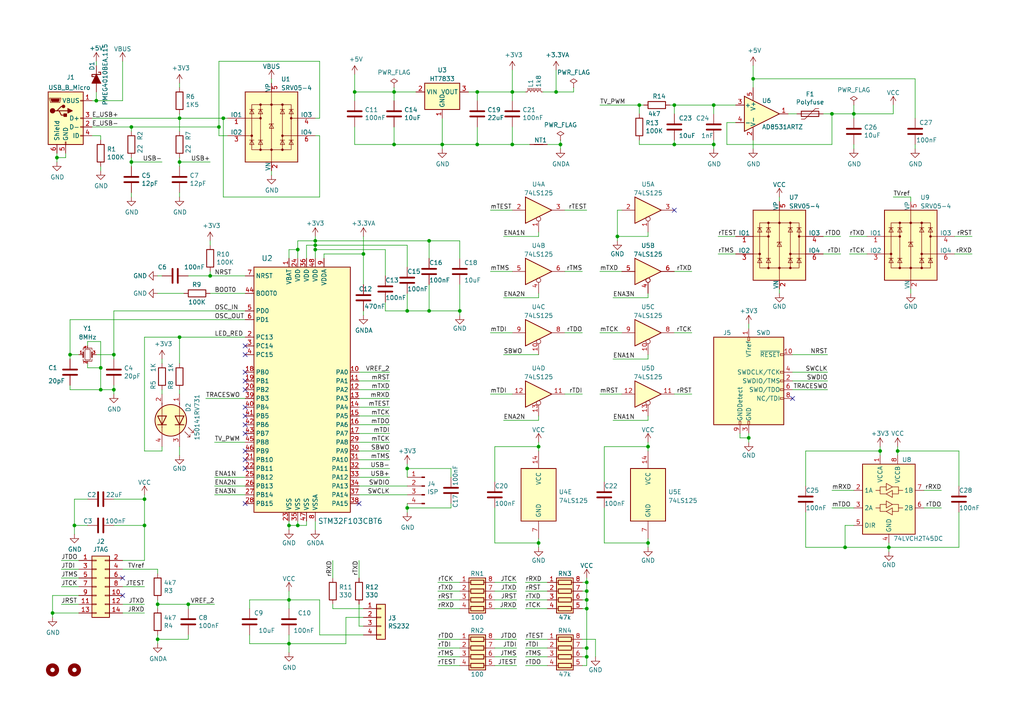
<source format=kicad_sch>
(kicad_sch (version 20211123) (generator eeschema)
  (paper "A4")
  (title_block (title "The Glossy MSP430 (STLink Form)") (date "2022-12-08") (rev "2") (company "Mathias Gruber"))
  (junction (at 38.1 46.99))
  (junction (at 156.21 157.48))
  (junction (at 247.65 33.02))
  (junction (at 124.46 69.85))
  (junction (at 29.21 113.03))
  (junction (at 105.41 73.66))
  (junction (at 52.07 34.29))
  (junction (at 124.46 90.17))
  (junction (at 52.07 97.79))
  (junction (at 187.96 129.54))
  (junction (at 187.96 157.48))
  (junction (at 207.01 30.48))
  (junction (at 133.35 90.17))
  (junction (at 170.18 171.45))
  (junction (at 148.59 41.91))
  (junction (at 195.58 30.48))
  (junction (at 16.51 45.72))
  (junction (at 218.44 22.86))
  (junction (at 27.94 29.21))
  (junction (at 118.11 135.89))
  (junction (at 195.58 41.91))
  (junction (at 83.82 186.69))
  (junction (at 185.42 30.48))
  (junction (at 91.44 69.85))
  (junction (at 91.44 72.39))
  (junction (at 255.27 130.81))
  (junction (at 156.21 129.54))
  (junction (at 114.3 41.91))
  (junction (at 63.5 36.83))
  (junction (at 41.91 144.78))
  (junction (at 83.82 173.99))
  (junction (at 60.96 80.01))
  (junction (at 241.3 33.02))
  (junction (at 118.11 90.17))
  (junction (at 161.29 26.67))
  (junction (at 83.82 152.4))
  (junction (at 45.72 185.42))
  (junction (at 86.36 72.39))
  (junction (at 54.61 175.26))
  (junction (at 29.21 106.68))
  (junction (at 170.18 187.96))
  (junction (at 138.43 41.91))
  (junction (at 170.18 176.53))
  (junction (at 91.44 71.12))
  (junction (at 86.36 152.4))
  (junction (at 170.18 190.5))
  (junction (at 41.91 152.4))
  (junction (at 52.07 46.99))
  (junction (at 260.35 130.81))
  (junction (at 170.18 168.91))
  (junction (at 128.27 41.91))
  (junction (at 64.77 34.29))
  (junction (at 33.02 113.03))
  (junction (at 257.81 158.75))
  (junction (at 114.3 26.67))
  (junction (at 217.17 127))
  (junction (at 21.59 152.4))
  (junction (at 45.72 175.26))
  (junction (at 38.1 36.83))
  (junction (at 118.11 147.32))
  (junction (at 245.11 158.75))
  (junction (at 170.18 173.99))
  (junction (at 138.43 26.67))
  (junction (at 33.02 102.87))
  (junction (at 15.24 177.8))
  (junction (at 102.87 26.67))
  (junction (at 20.32 102.87))
  (junction (at 179.07 68.58))
  (junction (at 148.59 26.67))
  (junction (at 207.01 41.91))
  (junction (at 162.56 41.91))
  (no_connect (at 71.12 110.49))
  (no_connect (at 71.12 118.11))
  (no_connect (at 35.56 167.64))
  (no_connect (at 71.12 107.95))
  (no_connect (at 35.56 172.72))
  (no_connect (at 71.12 125.73))
  (no_connect (at 195.58 60.96))
  (no_connect (at 71.12 130.81))
  (no_connect (at 104.14 146.05))
  (no_connect (at 71.12 102.87))
  (no_connect (at 71.12 113.03))
  (no_connect (at 71.12 100.33))
  (no_connect (at 71.12 146.05))
  (no_connect (at 71.12 120.65))
  (no_connect (at 71.12 135.89))
  (no_connect (at 71.12 123.19))
  (no_connect (at 71.12 133.35))
  (no_connect (at 229.87 115.57))
  (wire (pts (xy 229.87 107.95) (xy 240.03 107.95)))
  (wire (pts (xy 245.11 158.75) (xy 257.81 158.75)))
  (wire (pts (xy 33.02 90.17) (xy 33.02 102.87)))
  (wire (pts (xy 143.51 193.04) (xy 149.86 193.04)))
  (wire (pts (xy 157.48 26.67) (xy 161.29 26.67)))
  (wire (pts (xy 259.08 57.15) (xy 264.16 57.15)))
  (wire (pts (xy 52.07 129.54) (xy 52.07 132.08)))
  (wire (pts (xy 179.07 68.58) (xy 187.96 68.58)))
  (wire (pts (xy 96.52 175.26) (xy 96.52 176.53)))
  (wire (pts (xy 163.83 114.3) (xy 168.91 114.3)))
  (wire (pts (xy 104.14 135.89) (xy 113.03 135.89)))
  (wire (pts (xy 104.14 125.73) (xy 113.03 125.73)))
  (wire (pts (xy 27.94 17.78) (xy 27.94 19.05)))
  (wire (pts (xy 163.83 78.74) (xy 168.91 78.74)))
  (wire (pts (xy 91.44 72.39) (xy 91.44 74.93)))
  (wire (pts (xy 156.21 85.09) (xy 156.21 86.36)))
  (wire (pts (xy 52.07 46.99) (xy 52.07 48.26)))
  (wire (pts (xy 152.4 190.5) (xy 158.75 190.5)))
  (wire (pts (xy 143.51 190.5) (xy 149.86 190.5)))
  (wire (pts (xy 138.43 36.83) (xy 138.43 41.91)))
  (wire (pts (xy 170.18 193.04) (xy 168.91 193.04)))
  (wire (pts (xy 156.21 157.48) (xy 143.51 157.48)))
  (wire (pts (xy 152.4 176.53) (xy 158.75 176.53)))
  (wire (pts (xy 218.44 22.86) (xy 265.43 22.86)))
  (wire (pts (xy 143.51 147.32) (xy 143.51 157.48)))
  (wire (pts (xy 91.44 71.12) (xy 118.11 71.12)))
  (wire (pts (xy 207.01 43.18) (xy 207.01 41.91)))
  (wire (pts (xy 86.36 69.85) (xy 91.44 69.85)))
  (wire (pts (xy 29.21 106.68) (xy 29.21 113.03)))
  (wire (pts (xy 208.28 68.58) (xy 213.36 68.58)))
  (wire (pts (xy 265.43 41.91) (xy 265.43 43.18)))
  (wire (pts (xy 247.65 34.29) (xy 247.65 33.02)))
  (wire (pts (xy 52.07 97.79) (xy 52.07 105.41)))
  (wire (pts (xy 133.35 90.17) (xy 124.46 90.17)))
  (wire (pts (xy 104.14 138.43) (xy 113.03 138.43)))
  (wire (pts (xy 104.14 120.65) (xy 113.03 120.65)))
  (wire (pts (xy 38.1 36.83) (xy 63.5 36.83)))
  (wire (pts (xy 187.96 121.92) (xy 187.96 120.65)))
  (wire (pts (xy 173.99 30.48) (xy 185.42 30.48)))
  (wire (pts (xy 104.14 110.49) (xy 113.03 110.49)))
  (wire (pts (xy 20.32 92.71) (xy 20.32 102.87)))
  (wire (pts (xy 62.23 128.27) (xy 71.12 128.27)))
  (wire (pts (xy 104.14 123.19) (xy 113.03 123.19)))
  (wire (pts (xy 260.35 129.54) (xy 260.35 130.81)))
  (wire (pts (xy 63.5 36.83) (xy 63.5 17.78)))
  (wire (pts (xy 238.76 68.58) (xy 243.84 68.58)))
  (wire (pts (xy 133.35 193.04) (xy 127 193.04)))
  (wire (pts (xy 54.61 175.26) (xy 62.23 175.26)))
  (wire (pts (xy 148.59 41.91) (xy 138.43 41.91)))
  (wire (pts (xy 194.31 30.48) (xy 195.58 30.48)))
  (wire (pts (xy 15.24 172.72) (xy 22.86 172.72)))
  (wire (pts (xy 133.35 173.99) (xy 127 173.99)))
  (wire (pts (xy 175.26 157.48) (xy 175.26 147.32)))
  (wire (pts (xy 138.43 26.67) (xy 148.59 26.67)))
  (wire (pts (xy 111.76 87.63) (xy 111.76 90.17)))
  (wire (pts (xy 92.71 173.99) (xy 83.82 173.99)))
  (wire (pts (xy 226.06 83.82) (xy 226.06 85.09)))
  (wire (pts (xy 25.4 152.4) (xy 21.59 152.4)))
  (wire (pts (xy 62.23 140.97) (xy 71.12 140.97)))
  (wire (pts (xy 45.72 173.99) (xy 45.72 175.26)))
  (wire (pts (xy 218.44 22.86) (xy 218.44 25.4)))
  (wire (pts (xy 29.21 40.64) (xy 29.21 39.37)))
  (wire (pts (xy 88.9 71.12) (xy 91.44 71.12)))
  (wire (pts (xy 104.14 140.97) (xy 118.11 140.97)))
  (wire (pts (xy 91.44 72.39) (xy 111.76 72.39)))
  (wire (pts (xy 187.96 85.09) (xy 187.96 86.36)))
  (wire (pts (xy 156.21 156.21) (xy 156.21 157.48)))
  (wire (pts (xy 267.97 147.32) (xy 273.05 147.32)))
  (wire (pts (xy 255.27 130.81) (xy 233.68 130.81)))
  (wire (pts (xy 83.82 184.15) (xy 83.82 186.69)))
  (wire (pts (xy 111.76 72.39) (xy 111.76 80.01)))
  (wire (pts (xy 130.81 135.89) (xy 130.81 138.43)))
  (wire (pts (xy 104.14 128.27) (xy 113.03 128.27)))
  (wire (pts (xy 71.12 92.71) (xy 20.32 92.71)))
  (wire (pts (xy 104.14 115.57) (xy 113.03 115.57)))
  (wire (pts (xy 83.82 186.69) (xy 72.39 186.69)))
  (wire (pts (xy 173.99 96.52) (xy 180.34 96.52)))
  (wire (pts (xy 91.44 68.58) (xy 91.44 69.85)))
  (wire (pts (xy 187.96 128.27) (xy 187.96 129.54)))
  (wire (pts (xy 104.14 130.81) (xy 113.03 130.81)))
  (wire (pts (xy 64.77 34.29) (xy 64.77 57.15)))
  (wire (pts (xy 72.39 186.69) (xy 72.39 184.15)))
  (wire (pts (xy 187.96 129.54) (xy 175.26 129.54)))
  (wire (pts (xy 179.07 68.58) (xy 179.07 69.85)))
  (wire (pts (xy 217.17 127) (xy 217.17 128.27)))
  (wire (pts (xy 114.3 29.21) (xy 114.3 26.67)))
  (wire (pts (xy 35.56 165.1) (xy 45.72 165.1)))
  (wire (pts (xy 241.3 147.32) (xy 247.65 147.32)))
  (wire (pts (xy 86.36 151.13) (xy 86.36 152.4)))
  (wire (pts (xy 124.46 82.55) (xy 124.46 90.17)))
  (wire (pts (xy 168.91 187.96) (xy 170.18 187.96)))
  (wire (pts (xy 45.72 175.26) (xy 45.72 176.53)))
  (wire (pts (xy 118.11 147.32) (xy 118.11 148.59)))
  (wire (pts (xy 41.91 130.81) (xy 41.91 97.79)))
  (wire (pts (xy 96.52 176.53) (xy 105.41 176.53)))
  (wire (pts (xy 133.35 74.93) (xy 133.35 69.85)))
  (wire (pts (xy 195.58 78.74) (xy 200.66 78.74)))
  (wire (pts (xy 104.14 118.11) (xy 113.03 118.11)))
  (wire (pts (xy 143.51 168.91) (xy 149.86 168.91)))
  (wire (pts (xy 91.44 69.85) (xy 124.46 69.85)))
  (wire (pts (xy 133.35 190.5) (xy 127 190.5)))
  (wire (pts (xy 38.1 45.72) (xy 38.1 46.99)))
  (wire (pts (xy 246.38 73.66) (xy 251.46 73.66)))
  (wire (pts (xy 33.02 113.03) (xy 33.02 114.3)))
  (wire (pts (xy 52.07 34.29) (xy 64.77 34.29)))
  (wire (pts (xy 41.91 162.56) (xy 41.91 152.4)))
  (wire (pts (xy 168.91 190.5) (xy 170.18 190.5)))
  (wire (pts (xy 143.51 173.99) (xy 149.86 173.99)))
  (wire (pts (xy 52.07 34.29) (xy 52.07 38.1)))
  (wire (pts (xy 41.91 143.51) (xy 41.91 144.78)))
  (wire (pts (xy 210.82 41.91) (xy 241.3 41.91)))
  (wire (pts (xy 26.67 34.29) (xy 52.07 34.29)))
  (wire (pts (xy 54.61 184.15) (xy 54.61 185.42)))
  (wire (pts (xy 35.56 175.26) (xy 41.91 175.26)))
  (wire (pts (xy 45.72 185.42) (xy 54.61 185.42)))
  (wire (pts (xy 158.75 41.91) (xy 162.56 41.91)))
  (wire (pts (xy 133.35 185.42) (xy 127 185.42)))
  (wire (pts (xy 187.96 104.14) (xy 187.96 102.87)))
  (wire (pts (xy 257.81 158.75) (xy 257.81 160.02)))
  (wire (pts (xy 259.08 33.02) (xy 259.08 30.48)))
  (wire (pts (xy 170.18 173.99) (xy 170.18 176.53)))
  (wire (pts (xy 102.87 36.83) (xy 102.87 41.91)))
  (wire (pts (xy 29.21 113.03) (xy 33.02 113.03)))
  (wire (pts (xy 148.59 26.67) (xy 148.59 29.21)))
  (wire (pts (xy 173.99 114.3) (xy 180.34 114.3)))
  (wire (pts (xy 38.1 46.99) (xy 46.99 46.99)))
  (wire (pts (xy 22.86 102.87) (xy 20.32 102.87)))
  (wire (pts (xy 177.8 104.14) (xy 187.96 104.14)))
  (wire (pts (xy 92.71 184.15) (xy 92.71 173.99)))
  (wire (pts (xy 41.91 152.4) (xy 41.91 144.78)))
  (wire (pts (xy 128.27 34.29) (xy 128.27 41.91)))
  (wire (pts (xy 247.65 152.4) (xy 245.11 152.4)))
  (wire (pts (xy 152.4 26.67) (xy 148.59 26.67)))
  (wire (pts (xy 71.12 115.57) (xy 59.69 115.57)))
  (wire (pts (xy 187.96 156.21) (xy 187.96 157.48)))
  (wire (pts (xy 105.41 73.66) (xy 105.41 82.55)))
  (wire (pts (xy 25.4 106.68) (xy 29.21 106.68)))
  (wire (pts (xy 264.16 57.15) (xy 264.16 58.42)))
  (wire (pts (xy 118.11 147.32) (xy 130.81 147.32)))
  (wire (pts (xy 118.11 90.17) (xy 111.76 90.17)))
  (wire (pts (xy 52.07 97.79) (xy 71.12 97.79)))
  (wire (pts (xy 64.77 34.29) (xy 66.04 34.29)))
  (wire (pts (xy 177.8 121.92) (xy 187.96 121.92)))
  (wire (pts (xy 38.1 48.26) (xy 38.1 46.99)))
  (wire (pts (xy 52.07 57.15) (xy 52.07 55.88)))
  (wire (pts (xy 180.34 60.96) (xy 179.07 60.96)))
  (wire (pts (xy 187.96 130.81) (xy 187.96 129.54)))
  (wire (pts (xy 233.68 130.81) (xy 233.68 140.97)))
  (wire (pts (xy 265.43 22.86) (xy 265.43 34.29)))
  (wire (pts (xy 46.99 80.01) (xy 45.72 80.01)))
  (wire (pts (xy 83.82 186.69) (xy 83.82 189.23)))
  (wire (pts (xy 185.42 30.48) (xy 186.69 30.48)))
  (wire (pts (xy 195.58 114.3) (xy 200.66 114.3)))
  (wire (pts (xy 41.91 97.79) (xy 52.07 97.79)))
  (wire (pts (xy 233.68 148.59) (xy 233.68 158.75)))
  (wire (pts (xy 20.32 113.03) (xy 29.21 113.03)))
  (wire (pts (xy 152.4 193.04) (xy 158.75 193.04)))
  (wire (pts (xy 15.24 179.07) (xy 15.24 177.8)))
  (wire (pts (xy 133.35 82.55) (xy 133.35 90.17)))
  (wire (pts (xy 26.67 36.83) (xy 38.1 36.83)))
  (wire (pts (xy 86.36 69.85) (xy 86.36 72.39)))
  (wire (pts (xy 152.4 173.99) (xy 158.75 173.99)))
  (wire (pts (xy 102.87 21.59) (xy 102.87 26.67)))
  (wire (pts (xy 278.13 158.75) (xy 278.13 148.59)))
  (wire (pts (xy 247.65 33.02) (xy 259.08 33.02)))
  (wire (pts (xy 168.91 168.91) (xy 170.18 168.91)))
  (wire (pts (xy 162.56 40.64) (xy 162.56 41.91)))
  (wire (pts (xy 170.18 167.64) (xy 170.18 168.91)))
  (wire (pts (xy 245.11 152.4) (xy 245.11 158.75)))
  (wire (pts (xy 46.99 113.03) (xy 46.99 114.3)))
  (wire (pts (xy 45.72 165.1) (xy 45.72 166.37)))
  (wire (pts (xy 63.5 17.78) (xy 92.71 17.78)))
  (wire (pts (xy 260.35 130.81) (xy 260.35 132.08)))
  (wire (pts (xy 187.96 157.48) (xy 175.26 157.48)))
  (wire (pts (xy 156.21 86.36) (xy 146.05 86.36)))
  (wire (pts (xy 257.81 158.75) (xy 278.13 158.75)))
  (wire (pts (xy 113.03 107.95) (xy 104.14 107.95)))
  (wire (pts (xy 170.18 190.5) (xy 170.18 193.04)))
  (wire (pts (xy 83.82 176.53) (xy 83.82 173.99)))
  (wire (pts (xy 210.82 35.56) (xy 210.82 41.91)))
  (wire (pts (xy 33.02 104.14) (xy 33.02 102.87)))
  (wire (pts (xy 187.96 67.31) (xy 187.96 68.58)))
  (wire (pts (xy 278.13 130.81) (xy 278.13 140.97)))
  (wire (pts (xy 168.91 171.45) (xy 170.18 171.45)))
  (wire (pts (xy 35.56 170.18) (xy 41.91 170.18)))
  (wire (pts (xy 92.71 34.29) (xy 91.44 34.29)))
  (wire (pts (xy 35.56 29.21) (xy 35.56 17.78)))
  (wire (pts (xy 217.17 125.73) (xy 217.17 127)))
  (wire (pts (xy 17.78 167.64) (xy 22.86 167.64)))
  (wire (pts (xy 168.91 173.99) (xy 170.18 173.99)))
  (wire (pts (xy 88.9 151.13) (xy 88.9 152.4)))
  (wire (pts (xy 45.72 185.42) (xy 45.72 186.69)))
  (wire (pts (xy 233.68 158.75) (xy 245.11 158.75)))
  (wire (pts (xy 247.65 30.48) (xy 247.65 33.02)))
  (wire (pts (xy 152.4 187.96) (xy 158.75 187.96)))
  (wire (pts (xy 46.99 129.54) (xy 46.99 130.81)))
  (wire (pts (xy 143.51 176.53) (xy 149.86 176.53)))
  (wire (pts (xy 64.77 57.15) (xy 92.71 57.15)))
  (wire (pts (xy 100.33 179.07) (xy 100.33 186.69)))
  (wire (pts (xy 102.87 41.91) (xy 114.3 41.91)))
  (wire (pts (xy 63.5 39.37) (xy 66.04 39.37)))
  (wire (pts (xy 124.46 90.17) (xy 118.11 90.17)))
  (wire (pts (xy 153.67 41.91) (xy 148.59 41.91)))
  (wire (pts (xy 60.96 85.09) (xy 71.12 85.09)))
  (wire (pts (xy 52.07 25.4) (xy 52.07 24.13)))
  (wire (pts (xy 241.3 41.91) (xy 241.3 33.02)))
  (wire (pts (xy 104.14 167.64) (xy 104.14 162.56)))
  (wire (pts (xy 257.81 157.48) (xy 257.81 158.75)))
  (wire (pts (xy 226.06 57.15) (xy 226.06 58.42)))
  (wire (pts (xy 152.4 168.91) (xy 158.75 168.91)))
  (wire (pts (xy 207.01 41.91) (xy 195.58 41.91)))
  (wire (pts (xy 168.91 185.42) (xy 172.72 185.42)))
  (wire (pts (xy 264.16 83.82) (xy 264.16 85.09)))
  (wire (pts (xy 143.51 171.45) (xy 149.86 171.45)))
  (wire (pts (xy 143.51 185.42) (xy 149.86 185.42)))
  (wire (pts (xy 96.52 167.64) (xy 96.52 162.56)))
  (wire (pts (xy 46.99 130.81) (xy 41.91 130.81)))
  (wire (pts (xy 21.59 152.4) (xy 21.59 154.94)))
  (wire (pts (xy 105.41 91.44) (xy 105.41 90.17)))
  (wire (pts (xy 20.32 104.14) (xy 20.32 102.87)))
  (wire (pts (xy 93.98 73.66) (xy 93.98 74.93)))
  (wire (pts (xy 170.18 168.91) (xy 170.18 171.45)))
  (wire (pts (xy 148.59 36.83) (xy 148.59 41.91)))
  (wire (pts (xy 17.78 165.1) (xy 22.86 165.1)))
  (wire (pts (xy 156.21 121.92) (xy 156.21 120.65)))
  (wire (pts (xy 45.72 85.09) (xy 53.34 85.09)))
  (wire (pts (xy 156.21 67.31) (xy 156.21 68.58)))
  (wire (pts (xy 92.71 57.15) (xy 92.71 39.37)))
  (wire (pts (xy 156.21 157.48) (xy 156.21 158.75)))
  (wire (pts (xy 83.82 152.4) (xy 83.82 153.67)))
  (wire (pts (xy 185.42 41.91) (xy 195.58 41.91)))
  (wire (pts (xy 104.14 133.35) (xy 113.03 133.35)))
  (wire (pts (xy 17.78 170.18) (xy 22.86 170.18)))
  (wire (pts (xy 29.21 49.53) (xy 29.21 48.26)))
  (wire (pts (xy 172.72 185.42) (xy 172.72 190.5)))
  (wire (pts (xy 124.46 69.85) (xy 133.35 69.85)))
  (wire (pts (xy 152.4 171.45) (xy 158.75 171.45)))
  (wire (pts (xy 100.33 186.69) (xy 83.82 186.69)))
  (wire (pts (xy 142.24 114.3) (xy 148.59 114.3)))
  (wire (pts (xy 118.11 71.12) (xy 118.11 77.47)))
  (wire (pts (xy 27.94 26.67) (xy 27.94 29.21)))
  (wire (pts (xy 118.11 85.09) (xy 118.11 90.17)))
  (wire (pts (xy 88.9 152.4) (xy 86.36 152.4)))
  (wire (pts (xy 17.78 162.56) (xy 22.86 162.56)))
  (wire (pts (xy 118.11 134.62) (xy 118.11 135.89)))
  (wire (pts (xy 38.1 55.88) (xy 38.1 57.15)))
  (wire (pts (xy 83.82 151.13) (xy 83.82 152.4)))
  (wire (pts (xy 217.17 93.98) (xy 217.17 95.25)))
  (wire (pts (xy 88.9 71.12) (xy 88.9 74.93)))
  (wire (pts (xy 170.18 176.53) (xy 168.91 176.53)))
  (wire (pts (xy 133.35 171.45) (xy 127 171.45)))
  (wire (pts (xy 62.23 138.43) (xy 71.12 138.43)))
  (wire (pts (xy 25.4 144.78) (xy 21.59 144.78)))
  (wire (pts (xy 104.14 175.26) (xy 104.14 181.61)))
  (wire (pts (xy 229.87 102.87) (xy 240.03 102.87)))
  (wire (pts (xy 207.01 30.48) (xy 213.36 30.48)))
  (wire (pts (xy 33.02 90.17) (xy 71.12 90.17)))
  (wire (pts (xy 104.14 143.51) (xy 118.11 143.51)))
  (wire (pts (xy 91.44 151.13) (xy 91.44 153.67)))
  (wire (pts (xy 22.86 175.26) (xy 17.78 175.26)))
  (wire (pts (xy 35.56 162.56) (xy 41.91 162.56)))
  (wire (pts (xy 142.24 78.74) (xy 148.59 78.74)))
  (wire (pts (xy 185.42 40.64) (xy 185.42 41.91)))
  (wire (pts (xy 166.37 25.4) (xy 166.37 26.67)))
  (wire (pts (xy 214.63 127) (xy 217.17 127)))
  (wire (pts (xy 29.21 39.37) (xy 26.67 39.37)))
  (wire (pts (xy 214.63 125.73) (xy 214.63 127)))
  (wire (pts (xy 276.86 73.66) (xy 281.94 73.66)))
  (wire (pts (xy 52.07 113.03) (xy 52.07 114.3)))
  (wire (pts (xy 52.07 46.99) (xy 60.96 46.99)))
  (wire (pts (xy 33.02 144.78) (xy 41.91 144.78)))
  (wire (pts (xy 20.32 111.76) (xy 20.32 113.03)))
  (wire (pts (xy 45.72 184.15) (xy 45.72 185.42)))
  (wire (pts (xy 241.3 33.02) (xy 238.76 33.02)))
  (wire (pts (xy 45.72 175.26) (xy 54.61 175.26)))
  (wire (pts (xy 218.44 40.64) (xy 218.44 43.18)))
  (wire (pts (xy 128.27 41.91) (xy 128.27 43.18)))
  (wire (pts (xy 29.21 99.06) (xy 29.21 106.68)))
  (wire (pts (xy 15.24 177.8) (xy 15.24 172.72)))
  (wire (pts (xy 92.71 17.78) (xy 92.71 34.29)))
  (wire (pts (xy 16.51 44.45) (xy 16.51 45.72)))
  (wire (pts (xy 156.21 129.54) (xy 143.51 129.54)))
  (wire (pts (xy 133.35 187.96) (xy 127 187.96)))
  (wire (pts (xy 195.58 41.91) (xy 195.58 40.64)))
  (wire (pts (xy 218.44 19.05) (xy 218.44 22.86)))
  (wire (pts (xy 120.65 26.67) (xy 114.3 26.67)))
  (wire (pts (xy 104.14 113.03) (xy 113.03 113.03)))
  (wire (pts (xy 130.81 147.32) (xy 130.81 146.05)))
  (wire (pts (xy 133.35 176.53) (xy 127 176.53)))
  (wire (pts (xy 62.23 143.51) (xy 71.12 143.51)))
  (wire (pts (xy 163.83 96.52) (xy 168.91 96.52)))
  (wire (pts (xy 105.41 184.15) (xy 92.71 184.15)))
  (wire (pts (xy 276.86 68.58) (xy 281.94 68.58)))
  (wire (pts (xy 105.41 179.07) (xy 100.33 179.07)))
  (wire (pts (xy 26.67 29.21) (xy 27.94 29.21)))
  (wire (pts (xy 19.05 44.45) (xy 19.05 45.72)))
  (wire (pts (xy 135.89 26.67) (xy 138.43 26.67)))
  (wire (pts (xy 163.83 60.96) (xy 170.18 60.96)))
  (wire (pts (xy 60.96 80.01) (xy 71.12 80.01)))
  (wire (pts (xy 231.14 33.02) (xy 228.6 33.02)))
  (wire (pts (xy 146.05 68.58) (xy 156.21 68.58)))
  (wire (pts (xy 260.35 130.81) (xy 278.13 130.81)))
  (wire (pts (xy 91.44 71.12) (xy 91.44 72.39)))
  (wire (pts (xy 143.51 187.96) (xy 149.86 187.96)))
  (wire (pts (xy 195.58 30.48) (xy 207.01 30.48)))
  (wire (pts (xy 63.5 36.83) (xy 63.5 39.37)))
  (wire (pts (xy 162.56 41.91) (xy 162.56 43.18)))
  (wire (pts (xy 114.3 36.83) (xy 114.3 41.91)))
  (wire (pts (xy 175.26 129.54) (xy 175.26 139.7)))
  (wire (pts (xy 114.3 26.67) (xy 102.87 26.67)))
  (wire (pts (xy 16.51 45.72) (xy 16.51 46.99)))
  (wire (pts (xy 83.82 72.39) (xy 86.36 72.39)))
  (wire (pts (xy 255.27 130.81) (xy 255.27 132.08)))
  (wire (pts (xy 60.96 69.85) (xy 60.96 71.12)))
  (wire (pts (xy 185.42 30.48) (xy 185.42 33.02)))
  (wire (pts (xy 142.24 96.52) (xy 148.59 96.52)))
  (wire (pts (xy 210.82 35.56) (xy 213.36 35.56)))
  (wire (pts (xy 83.82 173.99) (xy 72.39 173.99)))
  (wire (pts (xy 52.07 33.02) (xy 52.07 34.29)))
  (wire (pts (xy 83.82 74.93) (xy 83.82 72.39)))
  (wire (pts (xy 179.07 60.96) (xy 179.07 68.58)))
  (wire (pts (xy 247.65 41.91) (xy 247.65 43.18)))
  (wire (pts (xy 148.59 20.32) (xy 148.59 26.67)))
  (wire (pts (xy 118.11 135.89) (xy 130.81 135.89)))
  (wire (pts (xy 195.58 30.48) (xy 195.58 33.02)))
  (wire (pts (xy 54.61 175.26) (xy 54.61 176.53)))
  (wire (pts (xy 33.02 152.4) (xy 41.91 152.4)))
  (wire (pts (xy 138.43 29.21) (xy 138.43 26.67)))
  (wire (pts (xy 133.35 90.17) (xy 133.35 91.44)))
  (wire (pts (xy 25.4 100.33) (xy 25.4 99.06)))
  (wire (pts (xy 207.01 33.02) (xy 207.01 30.48)))
  (wire (pts (xy 25.4 99.06) (xy 29.21 99.06)))
  (wire (pts (xy 133.35 168.91) (xy 127 168.91)))
  (wire (pts (xy 138.43 41.91) (xy 128.27 41.91)))
  (wire (pts (xy 229.87 113.03) (xy 240.03 113.03)))
  (wire (pts (xy 241.3 142.24) (xy 247.65 142.24)))
  (wire (pts (xy 267.97 142.24) (xy 273.05 142.24)))
  (wire (pts (xy 146.05 102.87) (xy 156.21 102.87)))
  (wire (pts (xy 195.58 96.52) (xy 200.66 96.52)))
  (wire (pts (xy 104.14 181.61) (xy 105.41 181.61)))
  (wire (pts (xy 38.1 36.83) (xy 38.1 38.1)))
  (wire (pts (xy 105.41 68.58) (xy 105.41 73.66)))
  (wire (pts (xy 114.3 41.91) (xy 128.27 41.91)))
  (wire (pts (xy 27.94 102.87) (xy 33.02 102.87)))
  (wire (pts (xy 86.36 72.39) (xy 86.36 74.93)))
  (wire (pts (xy 187.96 86.36) (xy 177.8 86.36)))
  (wire (pts (xy 246.38 68.58) (xy 251.46 68.58)))
  (wire (pts (xy 170.18 187.96) (xy 170.18 190.5)))
  (wire (pts (xy 78.74 22.86) (xy 78.74 24.13)))
  (wire (pts (xy 118.11 146.05) (xy 118.11 147.32)))
  (wire (pts (xy 166.37 26.67) (xy 161.29 26.67)))
  (wire (pts (xy 93.98 73.66) (xy 105.41 73.66)))
  (wire (pts (xy 142.24 60.96) (xy 148.59 60.96)))
  (wire (pts (xy 124.46 69.85) (xy 124.46 74.93)))
  (wire (pts (xy 238.76 73.66) (xy 243.84 73.66)))
  (wire (pts (xy 46.99 105.41) (xy 46.99 104.14)))
  (wire (pts (xy 241.3 33.02) (xy 247.65 33.02)))
  (wire (pts (xy 25.4 105.41) (xy 25.4 106.68)))
  (wire (pts (xy 207.01 41.91) (xy 207.01 40.64)))
  (wire (pts (xy 22.86 177.8) (xy 15.24 177.8)))
  (wire (pts (xy 146.05 121.92) (xy 156.21 121.92)))
  (wire (pts (xy 91.44 69.85) (xy 91.44 71.12)))
  (wire (pts (xy 161.29 20.32) (xy 161.29 26.67)))
  (wire (pts (xy 92.71 39.37) (xy 91.44 39.37)))
  (wire (pts (xy 173.99 78.74) (xy 180.34 78.74)))
  (wire (pts (xy 83.82 173.99) (xy 83.82 171.45)))
  (wire (pts (xy 35.56 177.8) (xy 41.91 177.8)))
  (wire (pts (xy 229.87 110.49) (xy 240.03 110.49)))
  (wire (pts (xy 114.3 26.67) (xy 114.3 25.4)))
  (wire (pts (xy 86.36 152.4) (xy 83.82 152.4)))
  (wire (pts (xy 52.07 45.72) (xy 52.07 46.99)))
  (wire (pts (xy 152.4 185.42) (xy 158.75 185.42)))
  (wire (pts (xy 21.59 144.78) (xy 21.59 152.4)))
  (wire (pts (xy 60.96 78.74) (xy 60.96 80.01)))
  (wire (pts (xy 156.21 130.81) (xy 156.21 129.54)))
  (wire (pts (xy 33.02 111.76) (xy 33.02 113.03)))
  (wire (pts (xy 78.74 49.53) (xy 78.74 50.8)))
  (wire (pts (xy 170.18 176.53) (xy 170.18 187.96)))
  (wire (pts (xy 170.18 171.45) (xy 170.18 173.99)))
  (wire (pts (xy 187.96 157.48) (xy 187.96 158.75)))
  (wire (pts (xy 255.27 129.54) (xy 255.27 130.81)))
  (wire (pts (xy 19.05 45.72) (xy 16.51 45.72)))
  (wire (pts (xy 118.11 135.89) (xy 118.11 138.43)))
  (wire (pts (xy 102.87 26.67) (xy 102.87 29.21)))
  (wire (pts (xy 143.51 129.54) (xy 143.51 139.7)))
  (wire (pts (xy 54.61 80.01) (xy 60.96 80.01)))
  (wire (pts (xy 208.28 73.66) (xy 213.36 73.66)))
  (wire (pts (xy 156.21 128.27) (xy 156.21 129.54)))
  (wire (pts (xy 72.39 173.99) (xy 72.39 176.53)))
  (wire (pts (xy 27.94 29.21) (xy 35.56 29.21)))
  (label "USB+" (at 60.96 46.99 180))
  (label "mTDO" (at 113.03 123.19 180))
  (label "SWCLK" (at 240.03 107.95 180))
  (label "rRST" (at 152.4 171.45 0))
  (label "VREF_2" (at 113.03 107.95 180))
  (label "ENA3N" (at 177.8 86.36 0))
  (label "TRACESWO" (at 240.03 113.03 180))
  (label "rRXD" (at 96.52 162.56 270))
  (label "LED_RED" (at 62.23 97.79 0))
  (label "JTDO" (at 149.86 185.42 180))
  (label "NRST" (at 240.03 102.87 180))
  (label "rTCK" (at 246.38 73.66 0))
  (label "mTCK" (at 173.99 96.52 0))
  (label "mTMS" (at 113.03 133.35 180))
  (label "mTDO" (at 241.3 147.32 0))
  (label "JTMS" (at 149.86 190.5 180))
  (label "JTDI" (at 17.78 165.1 0))
  (label "rTDI" (at 168.91 114.3 180))
  (label "JRST" (at 17.78 175.26 0))
  (label "mTXD" (at 173.99 78.74 0))
  (label "rTEST" (at 208.28 68.58 0))
  (label "JRXD" (at 41.91 177.8 180))
  (label "mRST" (at 113.03 110.49 180))
  (label "mTMS" (at 142.24 78.74 0))
  (label "rRXD" (at 281.94 73.66 180))
  (label "ENA2N" (at 62.23 140.97 0))
  (label "rTXD" (at 200.66 78.74 180))
  (label "rTMS" (at 168.91 78.74 180))
  (label "TV_PWM" (at 62.23 128.27 0))
  (label "VREF_2" (at 62.23 175.26 180))
  (label "SWDIO" (at 113.03 140.97 180))
  (label "BOOT0" (at 62.23 85.09 0))
  (label "OSC_OUT" (at 62.23 92.71 0))
  (label "ENA1N" (at 177.8 121.92 0))
  (label "rTCK" (at 200.66 96.52 180))
  (label "rTCK" (at 152.4 176.53 0))
  (label "mTCK" (at 113.03 128.27 180))
  (label "SBWO" (at 146.05 102.87 0))
  (label "ENA1N" (at 177.8 104.14 0))
  (label "mTDI" (at 142.24 96.52 0))
  (label "JTEST" (at 149.86 193.04 180))
  (label "rTXD" (at 152.4 173.99 0))
  (label "mTDI" (at 113.03 125.73 180))
  (label "ENA3N" (at 62.23 143.51 0))
  (label "OSC_IN" (at 62.23 90.17 0))
  (label "SWDIO" (at 240.03 110.49 180))
  (label "rTMS" (at 208.28 73.66 0))
  (label "mTDI" (at 142.24 114.3 0))
  (label "TRACESWO" (at 59.69 115.57 0))
  (label "JTMS" (at 17.78 167.64 0))
  (label "mTCK" (at 113.03 120.65 180))
  (label "ENA2N" (at 146.05 121.92 0))
  (label "mTXD" (at 113.03 113.03 180))
  (label "rTMS" (at 127 190.5 0))
  (label "rRXD" (at 127 176.53 0))
  (label "JTXD" (at 41.91 175.26 180))
  (label "rTCK" (at 127 168.91 0))
  (label "rTDO" (at 243.84 68.58 180))
  (label "mRXD" (at 241.3 142.24 0))
  (label "E_USB-" (at 26.67 36.83 0))
  (label "SBWO" (at 113.03 130.81 180))
  (label "JTEST" (at 41.91 170.18 180))
  (label "rTMS" (at 152.4 190.5 0))
  (label "USB+" (at 113.03 138.43 180))
  (label "SWCLK" (at 113.03 143.51 180))
  (label "JTDO" (at 17.78 162.56 0))
  (label "rTDO" (at 273.05 147.32 180))
  (label "rTXD" (at 104.14 162.56 270))
  (label "JTXD" (at 149.86 171.45 180))
  (label "rTDO" (at 152.4 193.04 0))
  (label "rRXD" (at 273.05 142.24 180))
  (label "NRST" (at 62.23 80.01 0))
  (label "ENA2N" (at 146.05 86.36 0))
  (label "TV_PWM" (at 173.99 30.48 0))
  (label "rTEST" (at 127 193.04 0))
  (label "ENA1N" (at 146.05 68.58 0))
  (label "JTCK" (at 17.78 170.18 0))
  (label "rRST" (at 281.94 68.58 180))
  (label "JRXD" (at 149.86 176.53 180))
  (label "rTDO" (at 127 185.42 0))
  (label "ENA1N" (at 62.23 138.43 0))
  (label "TVref" (at 259.08 57.15 0))
  (label "JTDI" (at 149.86 187.96 180))
  (label "JTCK" (at 149.86 168.91 180))
  (label "mRST" (at 173.99 114.3 0))
  (label "USB-" (at 113.03 135.89 180))
  (label "rRST" (at 127 173.99 0))
  (label "rTDI" (at 243.84 73.66 180))
  (label "rTDI" (at 152.4 187.96 0))
  (label "USB-" (at 46.99 46.99 180))
  (label "rTDO" (at 168.91 96.52 180))
  (label "rTXD" (at 127 171.45 0))
  (label "rRST" (at 200.66 114.3 180))
  (label "mTEST" (at 142.24 60.96 0))
  (label "mRXD" (at 113.03 115.57 180))
  (label "E_USB+" (at 26.67 34.29 0))
  (label "rTXD" (at 246.38 68.58 0))
  (label "JRST" (at 149.86 173.99 180))
  (label "rTEST" (at 152.4 185.42 0))
  (label "rTEST" (at 170.18 60.96 180))
  (label "rTDI" (at 127 187.96 0))
  (label "TVref" (at 41.91 165.1 180))
  (label "mTEST" (at 113.03 118.11 180))
  (label "rRXD" (at 152.4 168.91 0))
  (symbol (lib_id "MCU_ST_STM32F1:STM32F103CBTx") (at 88.9 113.03 0) (unit 1)
    (property "Reference" "U2" (at 77.47 74.93 0) (effects (font (size 1.524 1.524))))
    (property "Value" "STM32F103CBT6" (at 101.6 151.13 0) (effects (font (size 1.524 1.524))))
    (property "Footprint" "Package_QFP:LQFP-48_7x7mm_P0.5mm" (effects hide))
    (property "Datasheet" "http://www.st.com/st-web-ui/static/active/en/resource/technical/document/datasheet/CD00161566.pdf" (effects hide))
    (property "LCSC" "C8304" (effects hide))
    (property "Descr" "STM32F103CBT6 - ST Microelectronics LQFP-48_7x7x05P RoHS" (effects hide))
  )
  (symbol (lib_id "power:GND") (at 15.24 179.07 0) (unit 1)
    (property "Reference" "#PWR01" (effects hide))
    (property "Value" "GND" (at 15.367 183.4642 0))
  )
  (symbol (lib_id "power:+5V") (at 27.94 17.78 0) (unit 1)
    (property "Reference" "#PWR04" (effects hide))
    (property "Value" "+5V" (at 27.94 13.97 0))
  )
  (symbol (lib_id "power:GND") (at 16.51 46.99 0) (unit 1)
    (property "Reference" "#PWR02" (effects hide))
    (property "Value" "GND" (at 16.637 51.3842 0))
  )
  (symbol (lib_id "Device:R") (at 52.07 41.91 180) (unit 1)
    (property "Reference" "R7" (at 54.61 39.37 90))
    (property "Value" "22" (at 54.61 43.18 90))
    (property "Footprint" "Resistor_SMD:R_0603_1608Metric_Pad0.98x0.95mm_HandSolder" (effects hide))
    (property "LCSC" "C25092" (effects hide))
    (property "Descr" "22Ω ±1% 1/16W ±200ppm/℃ 0402 Chip Resistor - Surface Mount RoHS" (effects hide))
  )
  (symbol (lib_id "Device:R") (at 38.1 41.91 180) (unit 1)
    (property "Reference" "R2" (at 40.64 39.37 90))
    (property "Value" "22" (at 40.64 43.18 90))
    (property "Footprint" "Resistor_SMD:R_0603_1608Metric_Pad0.98x0.95mm_HandSolder" (effects hide))
    (property "LCSC" "C25092" (effects hide))
    (property "Descr" "22Ω ±1% 1/16W ±200ppm/℃ 0402 Chip Resistor - Surface Mount RoHS" (effects hide))
  )
  (symbol (lib_id "Device:R") (at 29.21 44.45 180) (unit 1)
    (property "Reference" "R1" (at 30.988 43.2816 0) (effects (justify right)))
    (property "Value" "100K" (at 30.988 45.593 0) (effects (justify right)))
    (property "Footprint" "Resistor_SMD:R_0603_1608Metric_Pad0.98x0.95mm_HandSolder" (effects hide))
    (property "LCSC" "C25741" (effects hide))
    (property "Descr" "100kΩ ±1% 1/16W ±100ppm/℃ 0402 Chip Resistor - Surface Mount RoHS" (effects hide))
  )
  (symbol (lib_id "power:GND") (at 29.21 49.53 0) (unit 1)
    (property "Reference" "#PWR05" (effects hide))
    (property "Value" "GND" (at 29.337 53.9242 0))
  )
  (symbol (lib_id "Regulator_Linear:HT75xx-1-SOT89") (at 128.27 29.21 0) (unit 1)
    (property "Reference" "U3" (at 128.27 20.32 0))
    (property "Value" "HT7833" (at 128.27 22.86 0))
    (property "Footprint" "Package_TO_SOT_SMD:SOT-89-3" (effects hide))
    (property "Datasheet" "https://www.holtek.com/documents/10179/116711/HT75xx-1v250.pdf" (effects hide))
  )
  (symbol (lib_id "Device:C") (at 133.35 78.74 0) (unit 1)
    (property "Reference" "C18" (at 134.62 76.2 0) (effects (justify left)))
    (property "Value" "10uF" (at 134.62 81.28 0) (effects (justify left)))
    (property "Footprint" "Capacitor_SMD:C_0603_1608Metric_Pad1.08x0.95mm_HandSolder" (effects hide))
    (property "LCSC" "C15525" (effects hide))
    (property "Descr" "10uF ±20% 6.3V X5R 0402 Multilayer Ceramic Capacitors MLCC - SMD/SMT RoHS" (effects hide))
  )
  (symbol (lib_id "Device:C") (at 138.43 33.02 0) (unit 1)
    (property "Reference" "C19" (at 141.351 31.8516 0) (effects (justify left)))
    (property "Value" "22uF" (at 141.351 34.163 0) (effects (justify left)))
    (property "Footprint" "Capacitor_SMD:C_0603_1608Metric_Pad1.08x0.95mm_HandSolder" (effects hide))
    (property "LCSC" "C59461" (effects hide))
    (property "Descr" "22uF ±20% 6.3V X5R 0603 Multilayer Ceramic Capacitors MLCC - SMD/SMT RoHS" (effects hide))
  )
  (symbol (lib_id "Device:R") (at 52.07 29.21 180) (unit 1)
    (property "Reference" "R6" (at 53.848 28.0416 0) (effects (justify right)))
    (property "Value" "1K5" (at 53.848 30.353 0) (effects (justify right)))
    (property "Footprint" "Resistor_SMD:R_0603_1608Metric_Pad0.98x0.95mm_HandSolder" (effects hide))
    (property "LCSC" "C25867" (effects hide))
    (property "Descr" "1.5kΩ ±1% 1/16W ±100ppm/℃ 0402 Chip Resistor - Surface Mount RoHS" (effects hide))
  )
  (symbol (lib_id "Device:Crystal_GND24_Small") (at 25.4 102.87 0) (unit 1)
    (property "Reference" "Y1" (at 25.4 95.25 0))
    (property "Value" "8MHz" (at 25.4 97.79 0))
    (property "Footprint" "Crystal:Crystal_SMD_3225-4Pin_3.2x2.5mm" (effects hide))
    (property "LCSC" "C115962" (effects hide))
    (property "Descr" "SMD Crystal Resonators 8MHz ±10ppm SMD-5032_2P RoHS" (effects hide))
  )
  (symbol (lib_id "Device:C") (at 33.02 107.95 0) (unit 1)
    (property "Reference" "C4" (at 35.941 106.7816 0) (effects (justify left)))
    (property "Value" "20pF" (at 35.941 109.093 0) (effects (justify left)))
    (property "Footprint" "Capacitor_SMD:C_0603_1608Metric_Pad1.08x0.95mm_HandSolder" (effects hide))
    (property "LCSC" "C1554" (effects hide))
    (property "Descr" "20pF ±5% 50V C0G 0402 Multilayer Ceramic Capacitors MLCC - SMD/SMT RoHS" (effects hide))
  )
  (symbol (lib_id "Device:C") (at 20.32 107.95 0) (unit 1)
    (property "Reference" "C1" (at 13.97 106.68 0) (effects (justify left)))
    (property "Value" "20pF" (at 13.97 110.49 0) (effects (justify left)))
    (property "Footprint" "Capacitor_SMD:C_0603_1608Metric_Pad1.08x0.95mm_HandSolder" (effects hide))
    (property "LCSC" "C1554" (effects hide))
    (property "Descr" "20pF ±5% 50V C0G 0402 Multilayer Ceramic Capacitors MLCC - SMD/SMT RoHS" (effects hide))
  )
  (symbol (lib_id "power:GND") (at 33.02 114.3 0) (unit 1)
    (property "Reference" "#PWR06" (effects hide))
    (property "Value" "GND" (at 33.147 118.6942 0))
  )
  (symbol (lib_id "power:+3V3") (at 52.07 24.13 0) (unit 1)
    (property "Reference" "#PWR014" (effects hide))
    (property "Value" "+3V3" (at 52.451 19.7358 0))
  )
  (symbol (lib_id "Mechanical:MountingHole") (at 15.24 194.31 0) (unit 1)
    (property "Reference" "H1" (effects hide))
    (property "Value" "MountingHole" (effects hide))
    (property "Footprint" "MountingHole:MountingHole_4mm" (effects hide))
  )
  (symbol (lib_id "power:+3V3") (at 91.44 68.58 0) (unit 1)
    (property "Reference" "#PWR023" (effects hide))
    (property "Value" "+3V3" (at 91.44 64.77 0))
  )
  (symbol (lib_id "Mechanical:MountingHole") (at 21.59 194.31 0) (unit 1)
    (property "Reference" "H2" (effects hide))
    (property "Value" "MountingHole" (effects hide))
    (property "Footprint" "MountingHole:MountingHole_4mm" (effects hide))
  )
  (symbol (lib_id "power:GND") (at 83.82 153.67 0) (unit 1)
    (property "Reference" "#PWR020" (effects hide))
    (property "Value" "GND" (at 83.82 157.48 0))
  )
  (symbol (lib_id "power:GND") (at 133.35 91.44 0) (unit 1)
    (property "Reference" "#PWR031" (effects hide))
    (property "Value" "GND" (at 133.35 95.25 0))
  )
  (symbol (lib_id "Device:R") (at 57.15 85.09 270) (unit 1)
    (property "Reference" "R9" (at 58.42 82.55 90) (effects (justify right)))
    (property "Value" "100K" (at 59.69 87.63 90) (effects (justify right)))
    (property "Footprint" "Resistor_SMD:R_0603_1608Metric_Pad0.98x0.95mm_HandSolder" (effects hide))
    (property "LCSC" "C25741" (effects hide))
    (property "Descr" "100kΩ ±1% 1/16W ±100ppm/℃ 0402 Chip Resistor - Surface Mount RoHS" (effects hide))
  )
  (symbol (lib_id "Device:C") (at 195.58 36.83 0) (unit 1)
    (property "Reference" "C23" (at 196.85 34.29 0) (effects (justify left)))
    (property "Value" "10uF" (at 196.85 39.37 0) (effects (justify left)))
    (property "Footprint" "Capacitor_SMD:C_0603_1608Metric_Pad1.08x0.95mm_HandSolder" (effects hide))
  )
  (symbol (lib_id "power:GND") (at 247.65 43.18 0) (unit 1)
    (property "Reference" "#PWR049" (effects hide))
    (property "Value" "GND" (at 247.777 47.5742 0))
  )
  (symbol (lib_id "Device:C") (at 105.41 86.36 180) (unit 1)
    (property "Reference" "C12" (at 107.95 83.82 0) (effects (justify left)))
    (property "Value" "470nF" (at 111.76 88.9 0) (effects (justify left)))
    (property "Footprint" "Capacitor_SMD:C_0603_1608Metric_Pad1.08x0.95mm_HandSolder" (effects hide))
    (property "LCSC" "C47339" (effects hide))
    (property "Descr" "470nF ±10% 10V X5R 0402 Multilayer Ceramic Capacitors MLCC - SMD/SMT RoHS" (effects hide))
  )
  (symbol (lib_id "Device:C") (at 111.76 83.82 0) (unit 1)
    (property "Reference" "C13" (at 111.76 81.28 0) (effects (justify left)))
    (property "Value" "100nF" (at 111.76 86.36 0) (effects (justify left)))
    (property "Footprint" "Capacitor_SMD:C_0603_1608Metric_Pad1.08x0.95mm_HandSolder" (effects hide))
    (property "LCSC" "C1525" (effects hide))
    (property "Descr" "100nF ±10% 16V X7R 0402 Multilayer Ceramic Capacitors MLCC - SMD/SMT RoHS" (effects hide))
  )
  (symbol (lib_id "Device:C") (at 118.11 81.28 0) (unit 1)
    (property "Reference" "C15" (at 118.11 78.74 0) (effects (justify left)))
    (property "Value" "100nF" (at 118.11 83.82 0) (effects (justify left)))
    (property "Footprint" "Capacitor_SMD:C_0603_1608Metric_Pad1.08x0.95mm_HandSolder" (effects hide))
    (property "LCSC" "C1525" (effects hide))
    (property "Descr" "100nF ±10% 16V X7R 0402 Multilayer Ceramic Capacitors MLCC - SMD/SMT RoHS" (effects hide))
  )
  (symbol (lib_id "Device:C") (at 124.46 78.74 0) (unit 1)
    (property "Reference" "C16" (at 124.46 76.2 0) (effects (justify left)))
    (property "Value" "100nF" (at 124.46 81.28 0) (effects (justify left)))
    (property "Footprint" "Capacitor_SMD:C_0603_1608Metric_Pad1.08x0.95mm_HandSolder" (effects hide))
    (property "LCSC" "C1525" (effects hide))
    (property "Descr" "100nF ±10% 16V X7R 0402 Multilayer Ceramic Capacitors MLCC - SMD/SMT RoHS" (effects hide))
  )
  (symbol (lib_id "Device:L_Ferrite_Small") (at 154.94 26.67 90) (unit 1)
    (property "Reference" "L1" (at 153.924 25.4 0) (effects (justify left)))
    (property "Value" "1k8" (at 156.21 25.4 0) (effects (justify left)))
    (property "Footprint" "Inductor_SMD:L_0603_1608Metric_Pad1.05x0.95mm_HandSolder" (effects hide))
    (property "LCSC" "C25076" (effects hide))
    (property "Descr" "100Ω ±1% 1/16W ±200ppm/℃ 0402 Chip Resistor - Surface Mount RoHS" (effects hide))
  )
  (symbol (lib_id "Device:C") (at 265.43 38.1 180) (unit 1)
    (property "Reference" "C27" (at 270.51 35.56 0) (effects (justify left)))
    (property "Value" "100nF" (at 271.78 40.64 0) (effects (justify left)))
    (property "Footprint" "Capacitor_SMD:C_0603_1608Metric_Pad1.08x0.95mm_HandSolder" (effects hide))
    (property "LCSC" "C1525" (effects hide))
    (property "Descr" "100nF ±10% 16V X7R 0402 Multilayer Ceramic Capacitors MLCC - SMD/SMT RoHS" (effects hide))
  )
  (symbol (lib_id "Device:C") (at 114.3 33.02 0) (unit 1)
    (property "Reference" "C14" (at 117.221 31.8516 0) (effects (justify left)))
    (property "Value" "10uF" (at 117.221 34.163 0) (effects (justify left)))
    (property "Footprint" "Capacitor_SMD:C_0603_1608Metric_Pad1.08x0.95mm_HandSolder" (effects hide))
    (property "LCSC" "C19702" (effects hide))
    (property "Descr" "10uF ±10% 10V X5R 0603 Multilayer Ceramic Capacitors MLCC - SMD/SMT RoHS" (effects hide))
  )
  (symbol (lib_id "Device:C") (at 148.59 33.02 0) (unit 1)
    (property "Reference" "C21" (at 151.511 31.8516 0) (effects (justify left)))
    (property "Value" "100nF" (at 151.511 34.163 0) (effects (justify left)))
    (property "Footprint" "Capacitor_SMD:C_0603_1608Metric_Pad1.08x0.95mm_HandSolder" (effects hide))
    (property "LCSC" "C1525" (effects hide))
    (property "Descr" "100nF ±10% 16V X7R 0402 Multilayer Ceramic Capacitors MLCC - SMD/SMT RoHS" (effects hide))
  )
  (symbol (lib_id "Device:C") (at 102.87 33.02 0) (unit 1)
    (property "Reference" "C11" (at 105.791 31.8516 0) (effects (justify left)))
    (property "Value" "100nF" (at 105.791 34.163 0) (effects (justify left)))
    (property "Footprint" "Capacitor_SMD:C_0603_1608Metric_Pad1.08x0.95mm_HandSolder" (effects hide))
    (property "LCSC" "C1525" (effects hide))
    (property "Descr" "100nF ±10% 16V X7R 0402 Multilayer Ceramic Capacitors MLCC - SMD/SMT RoHS" (effects hide))
  )
  (symbol (lib_id "Device:NetTie_2") (at 156.21 41.91 180) (unit 1)
    (property "Reference" "NT1" (at 154.94 40.64 0) (effects (justify right)))
    (property "Value" "0" (effects hide))
    (property "Footprint" "NetTie:NetTie-2_SMD_Pad0.5mm" (effects hide))
  )
  (symbol (lib_id "power:GNDA") (at 162.56 43.18 0) (unit 1)
    (property "Reference" "#PWR036" (effects hide))
    (property "Value" "GNDA" (at 162.687 47.5742 0))
  )
  (symbol (lib_id "power:GND") (at 128.27 43.18 0) (unit 1)
    (property "Reference" "#PWR030" (effects hide))
    (property "Value" "GND" (at 128.397 47.5742 0))
  )
  (symbol (lib_id "power:+3V3") (at 148.59 20.32 0) (unit 1)
    (property "Reference" "#PWR032" (effects hide))
    (property "Value" "+3V3" (at 148.971 15.9258 0))
  )
  (symbol (lib_id "power:+5V") (at 102.87 21.59 0) (unit 1)
    (property "Reference" "#PWR025" (effects hide))
    (property "Value" "+5V" (at 103.251 17.1958 0))
  )
  (symbol (lib_id "power:GNDA") (at 91.44 153.67 0) (unit 1)
    (property "Reference" "#PWR024" (effects hide))
    (property "Value" "GNDA" (at 91.44 157.48 0))
  )
  (symbol (lib_id "Device:C") (at 247.65 38.1 0) (unit 1)
    (property "Reference" "C26" (at 250.571 36.9316 0) (effects (justify left)))
    (property "Value" "10uF" (at 250.571 39.243 0) (effects (justify left)))
    (property "Footprint" "Capacitor_SMD:C_0603_1608Metric_Pad1.08x0.95mm_HandSolder" (effects hide))
    (property "LCSC" "C15525" (effects hide))
    (property "Descr" "10uF ±20% 6.3V X5R 0402 Multilayer Ceramic Capacitors MLCC - SMD/SMT RoHS" (effects hide))
  )
  (symbol (lib_id "Connector:Conn_ARM_JTAG_SWD_10") (at 217.17 110.49 0) (unit 1)
    (property "Reference" "J5" (at 212.09 96.52 0) (effects (justify right)))
    (property "Value" "SWD" (at 223.52 96.52 0) (effects (justify right)))
    (property "Footprint" "lib:PinHeader_2x05_P1.27mm_Vertical_SMD_case" (effects hide))
    (property "Datasheet" "http://infocenter.arm.com/help/topic/com.arm.doc.ddi0314h/DDI0314H_coresight_components_trm.pdf" (effects hide))
    (property "Descr" "CONN HEADER SMD 10POS 1.27MM" (effects hide))
  )
  (symbol (lib_id "power:+3V3") (at 217.17 93.98 0) (unit 1)
    (property "Reference" "#PWR043" (effects hide))
    (property "Value" "+3V3" (at 217.17 90.17 0))
  )
  (symbol (lib_id "power:GND") (at 217.17 128.27 0) (unit 1)
    (property "Reference" "#PWR044" (effects hide))
    (property "Value" "GND" (at 217.17 132.08 0))
  )
  (symbol (lib_id "Device:C") (at 29.21 152.4 270) (unit 1)
    (property "Reference" "C3" (at 24.13 151.13 90) (effects (justify left)))
    (property "Value" "100nF" (at 30.48 151.13 90) (effects (justify left)))
    (property "Footprint" "Capacitor_SMD:C_0603_1608Metric_Pad1.08x0.95mm_HandSolder" (effects hide))
    (property "LCSC" "C1525" (effects hide))
    (property "Descr" "100nF ±10% 16V X7R 0402 Multilayer Ceramic Capacitors MLCC - SMD/SMT RoHS" (effects hide))
  )
  (symbol (lib_id "Device:R") (at 45.72 170.18 0) (mirror y) (unit 1)
    (property "Reference" "R3" (at 47.498 171.3484 0) (effects (justify right)))
    (property "Value" "4k7" (at 47.498 169.037 0) (effects (justify right)))
    (property "Footprint" "Resistor_SMD:R_0603_1608Metric_Pad0.98x0.95mm_HandSolder" (effects hide))
    (property "LCSC" "C25900" (effects hide))
    (property "Descr" "Chip Resistor - Surface Mount 4.7KOhms ±1% 1/16W 0402 RoHS" (effects hide))
  )
  (symbol (lib_id "Device:R") (at 45.72 180.34 0) (mirror y) (unit 1)
    (property "Reference" "R4" (at 47.498 181.5084 0) (effects (justify right)))
    (property "Value" "4k7" (at 47.498 179.197 0) (effects (justify right)))
    (property "Footprint" "Resistor_SMD:R_0603_1608Metric_Pad0.98x0.95mm_HandSolder" (effects hide))
    (property "LCSC" "C25900" (effects hide))
    (property "Descr" "Chip Resistor - Surface Mount 4.7KOhms ±1% 1/16W 0402 RoHS" (effects hide))
  )
  (symbol (lib_id "power:GND") (at 21.59 154.94 0) (unit 1)
    (property "Reference" "#PWR03" (effects hide))
    (property "Value" "GND" (at 21.717 159.3342 0))
  )
  (symbol (lib_id "Device:D_Schottky_Filled") (at 27.94 22.86 270) (unit 1)
    (property "Reference" "D1" (at 26.67 17.78 0) (effects (justify left)))
    (property "Value" "PMEG4010BEA,115" (at 30.48 21.59 0))
    (property "Footprint" "Diode_SMD:D_SOD-323_HandSoldering" (effects hide))
  )
  (symbol (lib_id "Connector_Generic:Conn_02x07_Odd_Even") (at 27.94 170.18 0) (unit 1)
    (property "Reference" "J2" (at 29.21 157.0482 0))
    (property "Value" "JTAG" (at 29.21 159.3596 0))
    (property "Footprint" "Connector_PinHeader_2.54mm:PinHeader_2x07_P2.54mm_Vertical" (effects hide))
    (property "Descr" "Pin Header 14 2 Straight，180degrees 2.54mm Through Hole,P=2.54mm Pin Header & Female Header RoHS" (effects hide))
  )
  (symbol (lib_id "power:GNDA") (at 105.41 91.44 0) (unit 1)
    (property "Reference" "#PWR027" (effects hide))
    (property "Value" "GNDA" (at 105.537 95.8342 0))
  )
  (symbol (lib_id "power:PWR_FLAG") (at 114.3 25.4 0) (unit 1)
    (property "Reference" "#FLG01" (effects hide))
    (property "Value" "PWR_FLAG" (at 114.3 21.0058 0))
  )
  (symbol (lib_id "Device:C") (at 29.21 144.78 90) (unit 1)
    (property "Reference" "C2" (at 27.94 143.51 90) (effects (justify left)))
    (property "Value" "22uF" (at 35.56 143.51 90) (effects (justify left)))
    (property "Footprint" "Capacitor_SMD:C_0603_1608Metric_Pad1.08x0.95mm_HandSolder" (effects hide))
    (property "LCSC" "C59461" (effects hide))
    (property "Descr" "22uF ±20% 6.3V X5R 0603 Multilayer Ceramic Capacitors MLCC - SMD/SMT RoHS" (effects hide))
  )
  (symbol (lib_id "Device:R") (at 46.99 109.22 180) (unit 1)
    (property "Reference" "R5" (at 44.45 113.03 90) (effects (justify right)))
    (property "Value" "1K" (at 44.45 107.95 90) (effects (justify right)))
    (property "Footprint" "Resistor_SMD:R_0603_1608Metric_Pad0.98x0.95mm_HandSolder" (effects hide))
    (property "LCSC" "C11702" (effects hide))
    (property "Descr" "1kΩ ±1% 1/16W ±100ppm/℃ 0402 Chip Resistor - Surface Mount RoHS" (effects hide))
  )
  (symbol (lib_id "Device:R") (at 52.07 109.22 180) (unit 1)
    (property "Reference" "R8" (at 49.53 113.03 90) (effects (justify right)))
    (property "Value" "1K" (at 49.53 107.95 90) (effects (justify right)))
    (property "Footprint" "Resistor_SMD:R_0603_1608Metric_Pad0.98x0.95mm_HandSolder" (effects hide))
    (property "LCSC" "C11702" (effects hide))
    (property "Descr" "1kΩ ±1% 1/16W ±100ppm/℃ 0402 Chip Resistor - Surface Mount RoHS" (effects hide))
  )
  (symbol (lib_id "Device:C") (at 130.81 142.24 0) (unit 1)
    (property "Reference" "C17" (at 132.08 147.32 90) (effects (justify left)))
    (property "Value" "100nF" (at 132.08 140.97 90) (effects (justify left)))
    (property "Footprint" "Capacitor_SMD:C_0603_1608Metric_Pad1.08x0.95mm_HandSolder" (effects hide))
    (property "LCSC" "C1525" (effects hide))
    (property "Descr" "100nF ±10% 16V X7R 0402 Multilayer Ceramic Capacitors MLCC - SMD/SMT RoHS" (effects hide))
  )
  (symbol (lib_id "power:+3V3") (at 46.99 104.14 0) (unit 1)
    (property "Reference" "#PWR013" (effects hide))
    (property "Value" "+3V3" (at 47.371 99.7458 0))
  )
  (symbol (lib_id "Connector_Generic:Conn_01x04") (at 110.49 179.07 0) (unit 1)
    (property "Reference" "J3" (at 112.522 179.2732 0) (effects (justify left)))
    (property "Value" "RS232" (at 112.522 181.5846 0) (effects (justify left)))
    (property "Footprint" "Connector_Molex:Molex_KK-254_AE-6410-04A_1x04_P2.54mm_Vertical" (effects hide))
    (property "Descr" "Header Male Pin 0.100\"(2.54mm) 4 Through Hole,P=2.54mm Wire To Board / Wire To Wire Connector RoHS" (effects hide))
  )
  (symbol (lib_id "power:GND") (at 83.82 189.23 0) (unit 1)
    (property "Reference" "#PWR022" (effects hide))
    (property "Value" "GND" (at 83.947 193.6242 0))
  )
  (symbol (lib_id "Device:R") (at 190.5 30.48 90) (mirror x) (unit 1)
    (property "Reference" "R14" (at 189.23 27.94 90) (effects (justify right)))
    (property "Value" "4k7" (at 187.96 33.02 90) (effects (justify right)))
    (property "Footprint" "Resistor_SMD:R_0603_1608Metric_Pad0.98x0.95mm_HandSolder" (effects hide))
    (property "LCSC" "C25900" (effects hide))
    (property "Descr" "Chip Resistor - Surface Mount 4.7KOhms ±1% 1/16W 0402 RoHS" (effects hide))
  )
  (symbol (lib_id "Amplifier_Operational:AD8603") (at 220.98 33.02 0) (unit 1)
    (property "Reference" "U6" (at 220.98 29.21 0) (effects (justify left)))
    (property "Value" "AD8531ARTZ" (at 220.98 36.83 0) (effects (justify left)))
    (property "Footprint" "Package_TO_SOT_SMD:TSOT-23-5" (effects hide))
    (property "Datasheet" "https://www.analog.com/media/en/technical-documentation/data-sheets/AD8603_8607_8609.pdf" (effects hide))
    (property "LCSC" "C143905" (effects hide))
    (property "Descr" "General Purpose 1 2.7V ~ 6V, ±1.35V ~ 3V 3MHz 5 V/us SOT-23-5 General Purpose Amplifiers RoHS" (effects hide))
  )
  (symbol (lib_id "Device:C") (at 207.01 36.83 180) (unit 1)
    (property "Reference" "C24" (at 205.74 34.29 0) (effects (justify left)))
    (property "Value" "1nF" (at 207.01 39.37 0) (effects (justify left)))
    (property "Footprint" "Capacitor_SMD:C_0603_1608Metric_Pad1.08x0.95mm_HandSolder" (effects hide))
    (property "LCSC" "C1525" (effects hide))
    (property "Descr" "100nF ±10% 16V X7R 0402 Multilayer Ceramic Capacitors MLCC - SMD/SMT RoHS" (effects hide))
  )
  (symbol (lib_id "power:+3V3") (at 60.96 69.85 0) (unit 1)
    (property "Reference" "#PWR017" (effects hide))
    (property "Value" "+3V3" (at 61.341 65.4558 0))
  )
  (symbol (lib_id "Device:R") (at 60.96 74.93 180) (unit 1)
    (property "Reference" "R10" (at 62.738 73.7616 0) (effects (justify right)))
    (property "Value" "100K" (at 62.738 76.073 0) (effects (justify right)))
    (property "Footprint" "Resistor_SMD:R_0603_1608Metric_Pad0.98x0.95mm_HandSolder" (effects hide))
    (property "LCSC" "C25741" (effects hide))
    (property "Descr" "100kΩ ±1% 1/16W ±100ppm/℃ 0402 Chip Resistor - Surface Mount RoHS" (effects hide))
  )
  (symbol (lib_id "power:GND") (at 207.01 43.18 0) (unit 1)
    (property "Reference" "#PWR042" (effects hide))
    (property "Value" "GND" (at 207.137 47.5742 0))
  )
  (symbol (lib_id "Device:C") (at 50.8 80.01 270) (unit 1)
    (property "Reference" "C6" (at 45.72 77.47 90) (effects (justify left)))
    (property "Value" "100nF" (at 53.34 77.47 90) (effects (justify left)))
    (property "Footprint" "Capacitor_SMD:C_0603_1608Metric_Pad1.08x0.95mm_HandSolder" (effects hide))
    (property "LCSC" "C1525" (effects hide))
    (property "Descr" "100nF ±10% 16V X7R 0402 Multilayer Ceramic Capacitors MLCC - SMD/SMT RoHS" (effects hide))
  )
  (symbol (lib_id "power:GND") (at 45.72 80.01 270) (unit 1)
    (property "Reference" "#PWR010" (effects hide))
    (property "Value" "GND" (at 40.64 80.01 90))
  )
  (symbol (lib_id "Device:R") (at 96.52 171.45 180) (unit 1)
    (property "Reference" "R11" (at 98.298 170.2816 0) (effects (justify right)))
    (property "Value" "330" (at 98.298 172.593 0) (effects (justify right)))
    (property "Footprint" "Resistor_SMD:R_0603_1608Metric_Pad0.98x0.95mm_HandSolder" (effects hide))
    (property "LCSC" "C25104" (effects hide))
    (property "Descr" "330Ω ±1% 1/16W ±100ppm/℃ 0402 Chip Resistor - Surface Mount RoHS" (effects hide))
  )
  (symbol (lib_id "Device:R") (at 104.14 171.45 180) (unit 1)
    (property "Reference" "R12" (at 105.918 170.2816 0) (effects (justify right)))
    (property "Value" "330" (at 105.918 172.593 0) (effects (justify right)))
    (property "Footprint" "Resistor_SMD:R_0603_1608Metric_Pad0.98x0.95mm_HandSolder" (effects hide))
    (property "LCSC" "C25104" (effects hide))
    (property "Descr" "330Ω ±1% 1/16W ±100ppm/℃ 0402 Chip Resistor - Surface Mount RoHS" (effects hide))
  )
  (symbol (lib_id "Device:C") (at 52.07 52.07 0) (unit 1)
    (property "Reference" "C7" (at 54.991 50.9016 0) (effects (justify left)))
    (property "Value" "12pF" (at 54.991 53.213 0) (effects (justify left)))
    (property "Footprint" "Capacitor_SMD:C_0603_1608Metric_Pad1.08x0.95mm_HandSolder" (effects hide))
    (property "LCSC" "C1554" (effects hide))
    (property "Descr" "20pF ±5% 50V C0G 0402 Multilayer Ceramic Capacitors MLCC - SMD/SMT RoHS" (effects hide))
  )
  (symbol (lib_id "Connector:Conn_01x04_Male") (at 123.19 140.97 0) (mirror y) (unit 1)
    (property "Reference" "J4" (at 123.9012 140.3604 0) (effects (justify right)))
    (property "Value" "ISP" (at 123.9012 142.6718 0) (effects (justify right)))
    (property "Footprint" "Connector_PinHeader_2.54mm:PinHeader_1x04_P2.54mm_Vertical" (effects hide))
  )
  (symbol (lib_id "Device:Polyfuse") (at 234.95 33.02 270) (unit 1)
    (property "Reference" "F1" (at 234.95 27.305 90))
    (property "Value" "Polyfuse" (at 234.95 29.6164 90))
    (property "Footprint" "Fuse:Fuse_0603_1608Metric_Pad1.05x0.95mm_HandSolder" (effects hide))
    (property "LSCS" "C207010" (effects hide))
    (property "Descr" "Polymeric 15V 300mA 1s 6Ω 0603 PTC Resettable Fuses RoHS" (effects hide))
  )
  (symbol (lib_id "power:GND") (at 118.11 148.59 0) (unit 1)
    (property "Reference" "#PWR029" (effects hide))
    (property "Value" "GND" (at 118.237 152.9842 0))
  )
  (symbol (lib_id "power:GND") (at 265.43 43.18 0) (unit 1)
    (property "Reference" "#PWR055" (effects hide))
    (property "Value" "GND" (at 265.557 47.5742 0))
  )
  (symbol (lib_id "Device:R") (at 185.42 36.83 180) (unit 1)
    (property "Reference" "R13" (at 187.198 35.6616 0) (effects (justify right)))
    (property "Value" "100K" (at 187.198 37.973 0) (effects (justify right)))
    (property "Footprint" "Resistor_SMD:R_0603_1608Metric_Pad0.98x0.95mm_HandSolder" (effects hide))
    (property "LCSC" "C25792" (effects hide))
    (property "Descr" "47kΩ ±1% 1/16W ±100ppm/℃ 0402 Chip Resistor - Surface Mount RoHS" (effects hide))
  )
  (symbol (lib_id "Device:C") (at 38.1 52.07 0) (unit 1)
    (property "Reference" "C5" (at 41.021 50.9016 0) (effects (justify left)))
    (property "Value" "12pF" (at 41.021 53.213 0) (effects (justify left)))
    (property "Footprint" "Capacitor_SMD:C_0603_1608Metric_Pad1.08x0.95mm_HandSolder" (effects hide))
    (property "LCSC" "C1554" (effects hide))
    (property "Descr" "20pF ±5% 50V C0G 0402 Multilayer Ceramic Capacitors MLCC - SMD/SMT RoHS" (effects hide))
  )
  (symbol (lib_id "power:GND") (at 38.1 57.15 0) (unit 1)
    (property "Reference" "#PWR08" (effects hide))
    (property "Value" "GND" (at 38.227 61.5442 0))
  )
  (symbol (lib_id "power:GND") (at 52.07 57.15 0) (unit 1)
    (property "Reference" "#PWR015" (effects hide))
    (property "Value" "GND" (at 52.197 61.5442 0))
  )
  (symbol (lib_id "power:+3V3") (at 118.11 134.62 0) (unit 1)
    (property "Reference" "#PWR028" (effects hide))
    (property "Value" "+3V3" (at 118.11 130.81 0))
  )
  (symbol (lib_id "power:GND") (at 218.44 43.18 0) (unit 1)
    (property "Reference" "#PWR046" (effects hide))
    (property "Value" "GND" (at 218.567 47.5742 0))
  )
  (symbol (lib_id "Device:R_Pack04") (at 138.43 190.5 270) (unit 1)
    (property "Reference" "RN2" (at 138.43 182.88 90))
    (property "Value" "100" (at 138.43 195.58 90))
    (property "Footprint" "lib:R_Array_Convex_4x0402_hand_soldered" (effects hide))
    (property "LCSC" "C25501" (effects hide))
    (property "Descr" "33 ±5% 4 1/16W ±200ppm/℃ 0402_x4 Resistor Networks & Arrays RoHS" (effects hide))
  )
  (symbol (lib_id "Device:R_Pack04") (at 138.43 173.99 270) (unit 1)
    (property "Reference" "RN1" (at 138.43 166.37 90))
    (property "Value" "100" (at 138.43 179.07 90))
    (property "Footprint" "lib:R_Array_Convex_4x0402_hand_soldered" (effects hide))
    (property "LCSC" "C25501" (effects hide))
    (property "Descr" "33 ±5% 4 1/16W ±200ppm/℃ 0402_x4 Resistor Networks & Arrays RoHS" (effects hide))
  )
  (symbol (lib_id "Device:C") (at 83.82 180.34 0) (unit 1)
    (property "Reference" "C10" (at 86.36 177.8 0) (effects (justify left)))
    (property "Value" "100nF" (at 85.09 182.88 0) (effects (justify left)))
    (property "Footprint" "Capacitor_SMD:C_0603_1608Metric_Pad1.08x0.95mm_HandSolder" (effects hide))
    (property "LCSC" "C1525" (effects hide))
    (property "Descr" "100nF ±10% 16V X7R 0402 Multilayer Ceramic Capacitors MLCC - SMD/SMT RoHS" (effects hide))
  )
  (symbol (lib_id "Device:C") (at 72.39 180.34 0) (unit 1)
    (property "Reference" "C9" (at 73.66 177.8 0) (effects (justify left)))
    (property "Value" "10uF" (at 74.93 182.88 0) (effects (justify left)))
    (property "Footprint" "Capacitor_SMD:C_0603_1608Metric_Pad1.08x0.95mm_HandSolder" (effects hide))
    (property "LCSC" "C15525" (effects hide))
    (property "Descr" "10uF ±20% 6.3V X5R 0402 Multilayer Ceramic Capacitors MLCC - SMD/SMT RoHS" (effects hide))
  )
  (symbol (lib_id "power:PWR_FLAG") (at 162.56 40.64 0) (unit 1)
    (property "Reference" "#FLG02" (effects hide))
    (property "Value" "PWR_FLAG" (at 162.56 36.2458 0))
  )
  (symbol (lib_id "power:+3.3VA") (at 161.29 20.32 0) (unit 1)
    (property "Reference" "#PWR035" (effects hide))
    (property "Value" "+3.3VA" (at 161.671 15.9258 0))
  )
  (symbol (lib_id "power:PWR_FLAG") (at 166.37 25.4 0) (unit 1)
    (property "Reference" "#FLG03" (effects hide))
    (property "Value" "PWR_FLAG" (at 166.37 21.0058 0))
  )
  (symbol (lib_id "power:+3.3VA") (at 105.41 68.58 0) (unit 1)
    (property "Reference" "#PWR026" (effects hide))
    (property "Value" "+3.3VA" (at 105.41 64.77 0))
  )
  (symbol (lib_id "Connector:USB_B_Micro") (at 19.05 34.29 0) (unit 1)
    (property "Reference" "J1" (at 20.4978 22.4282 0))
    (property "Value" "USB_B_Micro" (at 13.97 25.4 0) (effects (justify left)))
    (property "Footprint" "lib:USB_Micro-B_Molex-105017-0001-handsolder" (effects hide))
  )
  (symbol (lib_id "Device:C") (at 54.61 180.34 0) (unit 1)
    (property "Reference" "C8" (at 57.531 179.1716 0) (effects (justify left)))
    (property "Value" "100nF" (at 57.531 181.483 0) (effects (justify left)))
    (property "Footprint" "Capacitor_SMD:C_0603_1608Metric_Pad1.08x0.95mm_HandSolder" (effects hide))
    (property "LCSC" "C1525" (effects hide))
    (property "Descr" "100nF ±10% 16V X7R 0402 Multilayer Ceramic Capacitors MLCC - SMD/SMT RoHS" (effects hide))
  )
  (symbol (lib_id "power:VCC") (at 260.35 129.54 0) (unit 1)
    (property "Reference" "#PWR053" (effects hide))
    (property "Value" "VCC" (at 260.35 125.73 0))
  )
  (symbol (lib_id "Power_Protection:SRV05-4") (at 226.06 71.12 0) (unit 1)
    (property "Reference" "U7" (at 228.8287 57.2602 0) (effects (justify left)))
    (property "Value" "SRV05-4" (at 228.8287 59.7971 0) (effects (justify left)))
    (property "Footprint" "Package_TO_SOT_SMD:SOT-23-6" (effects hide))
    (property "Datasheet" "http://www.onsemi.com/pub/Collateral/SRV05-4-D.PDF" (effects hide))
  )
  (symbol (lib_id "power:GND") (at 172.72 190.5 0) (unit 1)
    (property "Reference" "#PWR038" (effects hide))
    (property "Value" "GND" (at 172.72 194.31 0))
  )
  (symbol (lib_id "power:GND") (at 257.81 160.02 0) (unit 1)
    (property "Reference" "#PWR051" (effects hide))
    (property "Value" "GND" (at 257.81 163.83 0))
  )
  (symbol (lib_id "power:VCC") (at 226.06 57.15 0) (unit 1)
    (property "Reference" "#PWR047" (effects hide))
    (property "Value" "VCC" (at 226.06 53.5742 0))
  )
  (symbol (lib_id "74xx:74LS125") (at 187.96 114.3 0) (unit 4)
    (property "Reference" "U5" (at 187.96 106.7902 0))
    (property "Value" "74LS125" (at 187.96 109.3271 0))
    (property "Footprint" "Package_SO:TSSOP-14_4.4x5mm_P0.65mm" (effects hide))
    (property "Datasheet" "http://www.ti.com/lit/gpn/sn74LS126" (effects hide))
  )
  (symbol (lib_id "Logic_LevelTranslator:74LVCH2T45DC") (at 257.81 144.78 0) (unit 1)
    (property "Reference" "U8" (at 261.62 133.35 0) (effects (justify left)))
    (property "Value" "74LVCH2T45DC" (at 259.08 156.21 0) (effects (justify left)))
    (property "Footprint" "Package_SO:VSSOP-8_2.3x2mm_P0.5mm" (effects hide))
    (property "Datasheet" "https://assets.nexperia.com/documents/data-sheet/74LVC_LVCH2T45.pdf" (effects hide))
  )
  (symbol (lib_id "power:VCC") (at 156.21 128.27 0) (unit 1)
    (property "Reference" "#PWR033" (effects hide))
    (property "Value" "VCC" (at 156.21 124.6942 0))
  )
  (symbol (lib_id "74xx:74LS125") (at 156.21 96.52 0) (unit 3)
    (property "Reference" "U4" (at 156.21 89.0102 0))
    (property "Value" "74LS125" (at 156.21 91.5471 0))
    (property "Footprint" "Package_SO:TSSOP-14_4.4x5mm_P0.65mm" (effects hide))
    (property "Datasheet" "http://www.ti.com/lit/gpn/sn74LS126" (effects hide))
  )
  (symbol (lib_id "power:VCC") (at 41.91 143.51 0) (unit 1)
    (property "Reference" "#PWR09" (effects hide))
    (property "Value" "VCC" (at 41.91 139.9342 0))
  )
  (symbol (lib_id "74xx:74LS125") (at 156.21 114.3 0) (unit 4)
    (property "Reference" "U4" (at 156.21 106.7902 0))
    (property "Value" "74LS125" (at 156.21 109.3271 0))
    (property "Footprint" "Package_SO:TSSOP-14_4.4x5mm_P0.65mm" (effects hide))
    (property "Datasheet" "http://www.ti.com/lit/gpn/sn74LS126" (effects hide))
  )
  (symbol (lib_id "power:GND") (at 52.07 132.08 0) (unit 1)
    (property "Reference" "#PWR016" (effects hide))
    (property "Value" "GND" (at 52.07 135.89 0))
  )
  (symbol (lib_id "74xx:74LS125") (at 156.21 143.51 0) (unit 5)
    (property "Reference" "U4" (at 162.052 142.6753 0) (effects (justify left)))
    (property "Value" "74LS125" (at 162.052 145.2122 0) (effects (justify left)))
    (property "Footprint" "Package_SO:TSSOP-14_4.4x5mm_P0.65mm" (effects hide))
    (property "Datasheet" "http://www.ti.com/lit/gpn/sn74LS126" (effects hide))
  )
  (symbol (lib_id "power:GND") (at 179.07 69.85 0) (unit 1)
    (property "Reference" "#PWR039" (effects hide))
    (property "Value" "GND" (at 179.07 73.66 0))
  )
  (symbol (lib_id "Device:C") (at 278.13 144.78 0) (unit 1)
    (property "Reference" "C28" (at 278.13 142.24 0) (effects (justify left)))
    (property "Value" "100nF" (at 278.13 147.32 0) (effects (justify left)))
    (property "Footprint" "Capacitor_SMD:C_0603_1608Metric_Pad1.08x0.95mm_HandSolder" (effects hide))
    (property "LCSC" "C1525" (effects hide))
    (property "Descr" "100nF ±10% 16V X7R 0402 Multilayer Ceramic Capacitors MLCC - SMD/SMT RoHS" (effects hide))
  )
  (symbol (lib_id "power:+3V3") (at 255.27 129.54 0) (unit 1)
    (property "Reference" "#PWR050" (effects hide))
    (property "Value" "+3V3" (at 255.27 125.73 0))
  )
  (symbol (lib_id "Power_Protection:SRV05-4") (at 78.74 36.83 0) (unit 1)
    (property "Reference" "U1" (at 81.5087 22.9702 0) (effects (justify left)))
    (property "Value" "SRV05-4" (at 81.5087 25.5071 0) (effects (justify left)))
    (property "Footprint" "Package_TO_SOT_SMD:SOT-23-6" (effects hide))
    (property "Datasheet" "http://www.onsemi.com/pub/Collateral/SRV05-4-D.PDF" (effects hide))
  )
  (symbol (lib_id "power:GND") (at 187.96 158.75 0) (unit 1)
    (property "Reference" "#PWR041" (effects hide))
    (property "Value" "GND" (at 187.96 162.56 0))
  )
  (symbol (lib_id "power:VCC") (at 187.96 128.27 0) (unit 1)
    (property "Reference" "#PWR040" (effects hide))
    (property "Value" "VCC" (at 187.96 124.6942 0))
  )
  (symbol (lib_id "74xx:74LS125") (at 187.96 78.74 0) (unit 2)
    (property "Reference" "U5" (at 187.96 71.2302 0))
    (property "Value" "74LS125" (at 187.96 73.7671 0))
    (property "Footprint" "Package_SO:TSSOP-14_4.4x5mm_P0.65mm" (effects hide))
    (property "Datasheet" "http://www.ti.com/lit/gpn/sn74LS126" (effects hide))
  )
  (symbol (lib_id "Device:R_Pack04") (at 163.83 173.99 270) (unit 1)
    (property "Reference" "RN3" (at 163.83 166.37 90))
    (property "Value" "47k" (at 163.83 179.07 90))
    (property "Footprint" "lib:R_Array_Convex_4x0402_hand_soldered" (effects hide))
    (property "LCSC" "C25501" (effects hide))
    (property "Descr" "33 ±5% 4 1/16W ±200ppm/℃ 0402_x4 Resistor Networks & Arrays RoHS" (effects hide))
  )
  (symbol (lib_id "power:PWR_FLAG") (at 247.65 30.48 0) (unit 1)
    (property "Reference" "#FLG04" (effects hide))
    (property "Value" "PWR_FLAG" (at 247.65 26.0858 0))
  )
  (symbol (lib_id "74xx:74LS125") (at 156.21 78.74 0) (unit 2)
    (property "Reference" "U4" (at 156.21 71.2302 0))
    (property "Value" "74LS125" (at 156.21 73.7671 0))
    (property "Footprint" "Package_SO:TSSOP-14_4.4x5mm_P0.65mm" (effects hide))
    (property "Datasheet" "http://www.ti.com/lit/gpn/sn74LS126" (effects hide))
  )
  (symbol (lib_id "power:VBUS") (at 35.56 17.78 0) (unit 1)
    (property "Reference" "#PWR07" (effects hide))
    (property "Value" "VBUS" (at 35.56 14.2042 0))
  )
  (symbol (lib_id "power:VCC") (at 259.08 30.48 0) (unit 1)
    (property "Reference" "#PWR052" (effects hide))
    (property "Value" "VCC" (at 259.08 26.9042 0))
  )
  (symbol (lib_id "Power_Protection:SRV05-4") (at 264.16 71.12 0) (unit 1)
    (property "Reference" "U9" (at 266.9287 57.2602 0) (effects (justify left)))
    (property "Value" "SRV05-4" (at 266.9287 59.7971 0) (effects (justify left)))
    (property "Footprint" "Package_TO_SOT_SMD:SOT-23-6" (effects hide))
    (property "Datasheet" "http://www.onsemi.com/pub/Collateral/SRV05-4-D.PDF" (effects hide))
  )
  (symbol (lib_id "74xx:74LS125") (at 156.21 60.96 0) (unit 1)
    (property "Reference" "U4" (at 156.21 53.4502 0))
    (property "Value" "74LS125" (at 156.21 55.9871 0))
    (property "Footprint" "Package_SO:TSSOP-14_4.4x5mm_P0.65mm" (effects hide))
    (property "Datasheet" "http://www.ti.com/lit/gpn/sn74LS126" (effects hide))
  )
  (symbol (lib_id "Device:R_Pack04") (at 163.83 190.5 270) (unit 1)
    (property "Reference" "RN4" (at 163.83 182.88 90))
    (property "Value" "47k" (at 163.83 195.58 90))
    (property "Footprint" "lib:R_Array_Convex_4x0402_hand_soldered" (effects hide))
    (property "LCSC" "C25501" (effects hide))
    (property "Descr" "33 ±5% 4 1/16W ±200ppm/℃ 0402_x4 Resistor Networks & Arrays RoHS" (effects hide))
  )
  (symbol (lib_id "Device:LED_Dual_AAKK") (at 49.53 121.92 270) (unit 1)
    (property "Reference" "D2" (at 54.61 116.84 0) (effects (justify left)))
    (property "Value" "150141RV731" (at 57.15 114.3 0) (effects (justify left)))
    (property "Footprint" "LED_SMD:LED_Kingbright_AAA3528ESGCT" (effects hide))
  )
  (symbol (lib_id "power:+5V") (at 218.44 19.05 0) (unit 1)
    (property "Reference" "#PWR045" (effects hide))
    (property "Value" "+5V" (at 218.821 14.6558 0))
  )
  (symbol (lib_id "74xx:74LS125") (at 187.96 143.51 0) (unit 5)
    (property "Reference" "U5" (at 193.802 142.6753 0) (effects (justify left)))
    (property "Value" "74LS125" (at 193.802 145.2122 0) (effects (justify left)))
    (property "Footprint" "Package_SO:TSSOP-14_4.4x5mm_P0.65mm" (effects hide))
    (property "Datasheet" "http://www.ti.com/lit/gpn/sn74LS126" (effects hide))
  )
  (symbol (lib_id "power:GNDA") (at 45.72 186.69 0) (unit 1)
    (property "Reference" "#PWR012" (effects hide))
    (property "Value" "GNDA" (at 45.847 191.0842 0))
  )
  (symbol (lib_id "74xx:74LS125") (at 187.96 60.96 0) (unit 1)
    (property "Reference" "U5" (at 187.96 53.4502 0))
    (property "Value" "74LS125" (at 187.96 55.9871 0))
    (property "Footprint" "Package_SO:TSSOP-14_4.4x5mm_P0.65mm" (effects hide))
    (property "Datasheet" "http://www.ti.com/lit/gpn/sn74LS126" (effects hide))
  )
  (symbol (lib_id "74xx:74LS125") (at 187.96 96.52 0) (unit 3)
    (property "Reference" "U5" (at 187.96 89.0102 0))
    (property "Value" "74LS125" (at 187.96 91.5471 0))
    (property "Footprint" "Package_SO:TSSOP-14_4.4x5mm_P0.65mm" (effects hide))
    (property "Datasheet" "http://www.ti.com/lit/gpn/sn74LS126" (effects hide))
  )
  (symbol (lib_id "Device:C") (at 233.68 144.78 0) (unit 1)
    (property "Reference" "C25" (at 233.68 142.24 0) (effects (justify left)))
    (property "Value" "100nF" (at 233.68 147.32 0) (effects (justify left)))
    (property "Footprint" "Capacitor_SMD:C_0603_1608Metric_Pad1.08x0.95mm_HandSolder" (effects hide))
    (property "LCSC" "C1525" (effects hide))
    (property "Descr" "100nF ±10% 16V X7R 0402 Multilayer Ceramic Capacitors MLCC - SMD/SMT RoHS" (effects hide))
  )
  (symbol (lib_id "power:GND") (at 156.21 158.75 0) (unit 1)
    (property "Reference" "#PWR034" (effects hide))
    (property "Value" "GND" (at 156.21 162.56 0))
  )
  (symbol (lib_id "Device:C") (at 175.26 143.51 0) (unit 1)
    (property "Reference" "C22" (at 175.26 140.97 0) (effects (justify left)))
    (property "Value" "100nF" (at 175.26 146.05 0) (effects (justify left)))
    (property "Footprint" "Capacitor_SMD:C_0603_1608Metric_Pad1.08x0.95mm_HandSolder" (effects hide))
    (property "LCSC" "C1525" (effects hide))
    (property "Descr" "100nF ±10% 16V X7R 0402 Multilayer Ceramic Capacitors MLCC - SMD/SMT RoHS" (effects hide))
  )
  (symbol (lib_id "power:VCC") (at 170.18 167.64 0) (unit 1)
    (property "Reference" "#PWR037" (effects hide))
    (property "Value" "VCC" (at 170.18 164.0642 0))
  )
  (symbol (lib_id "power:GND") (at 45.72 85.09 270) (unit 1)
    (property "Reference" "#PWR011" (effects hide))
    (property "Value" "GND" (at 40.64 85.09 90))
  )
  (symbol (lib_id "power:VBUS") (at 78.74 22.86 0) (unit 1)
    (property "Reference" "#PWR018" (effects hide))
    (property "Value" "VBUS" (at 78.74 19.2842 0))
  )
  (symbol (lib_id "power:GND") (at 264.16 85.09 0) (unit 1)
    (property "Reference" "#PWR054" (effects hide))
    (property "Value" "GND" (at 264.16 88.9 0))
  )
  (symbol (lib_id "Device:C") (at 143.51 143.51 0) (unit 1)
    (property "Reference" "C20" (at 143.51 140.97 0) (effects (justify left)))
    (property "Value" "100nF" (at 143.51 146.05 0) (effects (justify left)))
    (property "Footprint" "Capacitor_SMD:C_0603_1608Metric_Pad1.08x0.95mm_HandSolder" (effects hide))
    (property "LCSC" "C1525" (effects hide))
    (property "Descr" "100nF ±10% 16V X7R 0402 Multilayer Ceramic Capacitors MLCC - SMD/SMT RoHS" (effects hide))
  )
  (symbol (lib_id "power:GND") (at 78.74 50.8 0) (unit 1)
    (property "Reference" "#PWR019" (effects hide))
    (property "Value" "GND" (at 78.867 55.1942 0))
  )
  (symbol (lib_id "power:GND") (at 226.06 85.09 0) (unit 1)
    (property "Reference" "#PWR048" (effects hide))
    (property "Value" "GND" (at 226.06 88.9 0))
  )
  (symbol (lib_id "power:VCC") (at 83.82 171.45 0) (unit 1)
    (property "Reference" "#PWR021" (effects hide))
    (property "Value" "VCC" (at 83.82 167.8742 0))
  )
)
</source>
